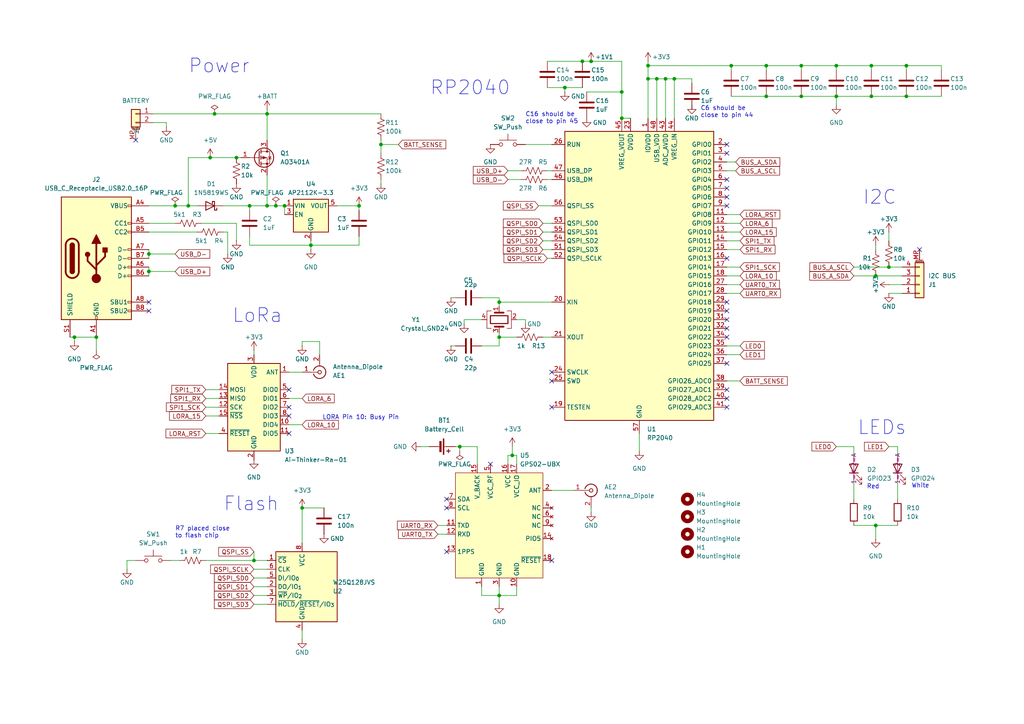
<source format=kicad_sch>
(kicad_sch (version 20250114) (generator "eeschema") (generator_version "9.0")
  (paper "A4")
  (title_block (title "Low-Power Sensor Communication Board") (date "2025-11-14") (company "SENTRY CoE") (comment 1 "University of Notre Dame") (comment 2 "Howard Research Group"))
  (text "I2C\n" (at 250.19 59.69 0) (effects (font (size 4 4)) (justify left bottom)))
  (text "R7 placed close\nto flash chip" (at 50.8 156.21 0) (effects (font (size 1.27 1.27)) (justify left bottom)))
  (text "LORA Pin 10: Busy Pin" (at 104.648 121.158 0) (effects (font (size 1.27 1.27))))
  (text "RP2040 \n" (at 151.13 27.94 0) (effects (font (size 4 4)) (justify right bottom)))
  (text "C6 should be\nclose to pin 44\n" (at 203.2 34.29 0) (effects (font (size 1.27 1.27)) (justify left bottom)))
  (text "C16 should be\nclose to pin 45\n\n" (at 152.4 38.1 0) (effects (font (size 1.27 1.27)) (justify left bottom)))
  (text "LEDs" (at 248.666 126.492 0) (effects (font (size 4 4)) (justify left bottom)))
  (text "White" (at 266.954 140.97 0) (effects (font (size 1.27 1.27))))
  (text "Power\n" (at 54.61 21.59 0) (effects (font (size 4 4)) (justify left bottom)))
  (text "Red" (at 253.238 141.224 0) (effects (font (size 1.27 1.27))))
  (text "LoRa" (at 67.31 93.98 0) (effects (font (size 4 4)) (justify left bottom)))
  (text "Flash\n" (at 64.77 148.59 0) (effects (font (size 4 4)) (justify left bottom)))
  (junction (at 144.78 97.79))
  (junction (at 104.14 59.69))
  (junction (at 193.04 22.86))
  (junction (at 212.09 19.05))
  (junction (at 110.49 41.91))
  (junction (at 171.45 17.78))
  (junction (at 262.89 27.94))
  (junction (at 68.58 45.72))
  (junction (at 252.73 27.94))
  (junction (at 54.61 59.69))
  (junction (at 187.96 22.86))
  (junction (at 180.34 34.29))
  (junction (at 50.8 59.69))
  (junction (at 82.55 59.69))
  (junction (at 87.63 147.32))
  (junction (at 222.25 27.94))
  (junction (at 62.23 33.02))
  (junction (at 43.18 73.66))
  (junction (at 43.18 78.74))
  (junction (at 187.96 19.05))
  (junction (at 163.83 25.4))
  (junction (at 257.81 77.47))
  (junction (at 144.78 172.72))
  (junction (at 168.91 17.78))
  (junction (at 254 80.01))
  (junction (at 232.41 27.94))
  (junction (at 133.35 129.54))
  (junction (at 148.59 132.08))
  (junction (at 190.5 22.86))
  (junction (at 254 152.4))
  (junction (at 252.73 19.05))
  (junction (at 90.17 71.12))
  (junction (at 72.39 59.69))
  (junction (at 262.89 19.05))
  (junction (at 73.66 162.56))
  (junction (at 21.59 97.79))
  (junction (at 195.58 22.86))
  (junction (at 77.47 33.02))
  (junction (at 144.78 87.63))
  (junction (at 232.41 19.05))
  (junction (at 80.01 59.69))
  (junction (at 242.57 27.94))
  (junction (at 77.47 59.69))
  (junction (at 222.25 19.05))
  (junction (at 242.57 19.05))
  (junction (at 27.94 97.79))
  (junction (at 180.34 26.67))
  (junction (at 60.96 45.72))
  (no_connect (at 210.82 74.93))
  (no_connect (at 210.82 59.69))
  (no_connect (at 210.82 57.15))
  (no_connect (at 129.54 144.78))
  (no_connect (at 210.82 54.61))
  (no_connect (at 83.82 125.73))
  (no_connect (at 210.82 115.57))
  (no_connect (at 210.82 41.91))
  (no_connect (at 160.02 110.49))
  (no_connect (at 210.82 92.71))
  (no_connect (at 210.82 52.07))
  (no_connect (at 160.02 107.95))
  (no_connect (at 43.18 90.17))
  (no_connect (at 83.82 120.65))
  (no_connect (at 160.02 162.56))
  (no_connect (at 129.54 160.02))
  (no_connect (at 160.02 118.11))
  (no_connect (at 210.82 118.11))
  (no_connect (at 83.82 118.11))
  (no_connect (at 210.82 87.63))
  (no_connect (at 210.82 44.45))
  (no_connect (at 210.82 97.79))
  (no_connect (at 83.82 113.03))
  (no_connect (at 210.82 113.03))
  (no_connect (at 43.18 87.63))
  (no_connect (at 129.54 147.32))
  (no_connect (at 39.37 40.64))
  (no_connect (at 210.82 90.17))
  (no_connect (at 266.7 72.39))
  (no_connect (at 210.82 105.41))
  (no_connect (at 210.82 95.25))
  (no_connect (at 142.24 134.62))
  (wire (pts (xy 158.75 52.07) (xy 160.02 52.07)))
  (wire (pts (xy 247.65 139.7) (xy 247.65 144.78)))
  (wire (pts (xy 90.17 71.12) (xy 104.14 71.12)))
  (wire (pts (xy 144.78 172.72) (xy 149.86 172.72)))
  (wire (pts (xy 133.35 129.54) (xy 138.43 129.54)))
  (wire (pts (xy 43.18 67.31) (xy 57.15 67.31)))
  (wire (pts (xy 50.8 59.69) (xy 54.61 59.69)))
  (wire (pts (xy 144.78 97.79) (xy 144.78 100.33)))
  (wire (pts (xy 144.78 96.52) (xy 144.78 97.79)))
  (wire (pts (xy 222.25 27.94) (xy 232.41 27.94)))
  (wire (pts (xy 222.25 19.05) (xy 222.25 20.32)))
  (wire (pts (xy 87.63 115.57) (xy 83.82 115.57)))
  (wire (pts (xy 157.48 72.39) (xy 160.02 72.39)))
  (wire (pts (xy 254 80.01) (xy 261.62 80.01)))
  (wire (pts (xy 180.34 34.29) (xy 182.88 34.29)))
  (wire (pts (xy 163.83 25.4) (xy 163.83 26.67)))
  (wire (pts (xy 36.83 162.56) (xy 39.37 162.56)))
  (wire (pts (xy 43.18 64.77) (xy 50.8 64.77)))
  (wire (pts (xy 242.57 19.05) (xy 242.57 20.32)))
  (wire (pts (xy 158.75 49.53) (xy 160.02 49.53)))
  (wire (pts (xy 54.61 59.69) (xy 57.15 59.69)))
  (wire (pts (xy 83.82 107.95) (xy 87.63 107.95)))
  (wire (pts (xy 214.63 77.47) (xy 210.82 77.47)))
  (wire (pts (xy 152.4 92.71) (xy 149.86 92.71)))
  (wire (pts (xy 187.96 22.86) (xy 187.96 19.05)))
  (wire (pts (xy 68.58 64.77) (xy 68.58 69.85)))
  (wire (pts (xy 127 154.94) (xy 129.54 154.94)))
  (wire (pts (xy 90.17 69.85) (xy 90.17 71.12)))
  (wire (pts (xy 163.83 25.4) (xy 168.91 25.4)))
  (wire (pts (xy 212.09 19.05) (xy 222.25 19.05)))
  (wire (pts (xy 110.49 41.91) (xy 110.49 44.45)))
  (wire (pts (xy 242.57 19.05) (xy 252.73 19.05)))
  (wire (pts (xy 157.48 97.79) (xy 160.02 97.79)))
  (wire (pts (xy 247.65 77.47) (xy 257.81 77.47)))
  (wire (pts (xy 147.32 134.62) (xy 147.32 132.08)))
  (wire (pts (xy 152.4 92.71) (xy 152.4 93.98)))
  (wire (pts (xy 133.35 129.54) (xy 133.35 130.81)))
  (wire (pts (xy 185.42 125.73) (xy 185.42 130.81)))
  (wire (pts (xy 200.66 24.13) (xy 200.66 22.86)))
  (wire (pts (xy 147.32 132.08) (xy 148.59 132.08)))
  (wire (pts (xy 73.66 170.18) (xy 77.47 170.18)))
  (wire (pts (xy 149.86 132.08) (xy 149.86 134.62)))
  (wire (pts (xy 158.75 74.93) (xy 160.02 74.93)))
  (wire (pts (xy 257.81 129.54) (xy 260.35 129.54)))
  (wire (pts (xy 66.04 67.31) (xy 66.04 73.66)))
  (wire (pts (xy 210.82 64.77) (xy 214.63 64.77)))
  (wire (pts (xy 257.81 77.47) (xy 261.62 77.47)))
  (wire (pts (xy 232.41 27.94) (xy 242.57 27.94)))
  (wire (pts (xy 87.63 182.88) (xy 87.63 185.42)))
  (wire (pts (xy 87.63 99.06) (xy 92.71 99.06)))
  (wire (pts (xy 254 152.4) (xy 260.35 152.4)))
  (wire (pts (xy 127 152.4) (xy 129.54 152.4)))
  (wire (pts (xy 213.36 49.53) (xy 210.82 49.53)))
  (wire (pts (xy 254 152.4) (xy 254 156.21)))
  (wire (pts (xy 170.18 26.67) (xy 180.34 26.67)))
  (wire (pts (xy 121.92 129.54) (xy 124.46 129.54)))
  (wire (pts (xy 180.34 17.78) (xy 171.45 17.78)))
  (wire (pts (xy 77.47 33.02) (xy 77.47 40.64)))
  (wire (pts (xy 62.23 33.02) (xy 77.47 33.02)))
  (wire (pts (xy 72.39 59.69) (xy 77.47 59.69)))
  (wire (pts (xy 59.69 125.73) (xy 63.5 125.73)))
  (wire (pts (xy 212.09 27.94) (xy 222.25 27.94)))
  (wire (pts (xy 43.18 59.69) (xy 50.8 59.69)))
  (wire (pts (xy 59.69 118.11) (xy 63.5 118.11)))
  (wire (pts (xy 157.48 67.31) (xy 160.02 67.31)))
  (wire (pts (xy 242.57 27.94) (xy 242.57 30.48)))
  (wire (pts (xy 87.63 157.48) (xy 87.63 147.32)))
  (wire (pts (xy 82.55 59.69) (xy 82.55 62.23)))
  (wire (pts (xy 232.41 19.05) (xy 232.41 20.32)))
  (wire (pts (xy 144.78 97.79) (xy 149.86 97.79)))
  (wire (pts (xy 180.34 26.67) (xy 180.34 17.78)))
  (wire (pts (xy 247.65 132.08) (xy 247.65 129.54)))
  (wire (pts (xy 214.63 82.55) (xy 210.82 82.55)))
  (wire (pts (xy 97.79 59.69) (xy 104.14 59.69)))
  (wire (pts (xy 134.62 93.98) (xy 134.62 92.71)))
  (wire (pts (xy 257.81 85.09) (xy 261.62 85.09)))
  (wire (pts (xy 134.62 92.71) (xy 139.7 92.71)))
  (wire (pts (xy 73.66 165.1) (xy 77.47 165.1)))
  (wire (pts (xy 72.39 60.96) (xy 72.39 59.69)))
  (wire (pts (xy 210.82 100.33) (xy 214.63 100.33)))
  (wire (pts (xy 260.35 139.7) (xy 260.35 144.78)))
  (wire (pts (xy 87.63 123.19) (xy 83.82 123.19)))
  (wire (pts (xy 262.89 27.94) (xy 273.05 27.94)))
  (wire (pts (xy 152.4 41.91) (xy 160.02 41.91)))
  (wire (pts (xy 58.42 64.77) (xy 68.58 64.77)))
  (wire (pts (xy 157.48 69.85) (xy 160.02 69.85)))
  (wire (pts (xy 247.65 80.01) (xy 254 80.01)))
  (wire (pts (xy 147.32 49.53) (xy 151.13 49.53)))
  (wire (pts (xy 59.69 162.56) (xy 73.66 162.56)))
  (wire (pts (xy 144.78 87.63) (xy 160.02 87.63)))
  (wire (pts (xy 171.45 147.32) (xy 171.45 148.59)))
  (wire (pts (xy 252.73 27.94) (xy 262.89 27.94)))
  (wire (pts (xy 144.78 87.63) (xy 144.78 88.9)))
  (wire (pts (xy 43.18 77.47) (xy 43.18 78.74)))
  (wire (pts (xy 80.01 59.69) (xy 82.55 59.69)))
  (wire (pts (xy 64.77 59.69) (xy 72.39 59.69)))
  (wire (pts (xy 130.81 100.33) (xy 132.08 100.33)))
  (wire (pts (xy 160.02 142.24) (xy 166.37 142.24)))
  (wire (pts (xy 187.96 22.86) (xy 190.5 22.86)))
  (wire (pts (xy 27.94 97.79) (xy 27.94 101.6)))
  (wire (pts (xy 77.47 33.02) (xy 110.49 33.02)))
  (wire (pts (xy 247.65 152.4) (xy 254 152.4)))
  (wire (pts (xy 200.66 30.48) (xy 200.66 31.75)))
  (wire (pts (xy 210.82 62.23) (xy 214.63 62.23)))
  (wire (pts (xy 148.59 132.08) (xy 149.86 132.08)))
  (wire (pts (xy 210.82 72.39) (xy 214.63 72.39)))
  (wire (pts (xy 158.75 25.4) (xy 163.83 25.4)))
  (wire (pts (xy 139.7 100.33) (xy 144.78 100.33)))
  (wire (pts (xy 212.09 19.05) (xy 212.09 20.32)))
  (wire (pts (xy 77.47 31.75) (xy 77.47 33.02)))
  (wire (pts (xy 43.18 73.66) (xy 50.8 73.66)))
  (wire (pts (xy 149.86 170.18) (xy 149.86 172.72)))
  (wire (pts (xy 144.78 86.36) (xy 144.78 87.63)))
  (wire (pts (xy 130.81 86.36) (xy 132.08 86.36)))
  (wire (pts (xy 90.17 71.12) (xy 72.39 71.12)))
  (wire (pts (xy 139.7 170.18) (xy 139.7 172.72)))
  (wire (pts (xy 168.91 17.78) (xy 158.75 17.78)))
  (wire (pts (xy 252.73 19.05) (xy 252.73 20.32)))
  (wire (pts (xy 195.58 22.86) (xy 193.04 22.86)))
  (wire (pts (xy 200.66 22.86) (xy 195.58 22.86)))
  (wire (pts (xy 54.61 59.69) (xy 54.61 45.72)))
  (wire (pts (xy 73.66 160.02) (xy 73.66 162.56)))
  (wire (pts (xy 59.69 113.03) (xy 63.5 113.03)))
  (wire (pts (xy 21.59 97.79) (xy 27.94 97.79)))
  (wire (pts (xy 110.49 40.64) (xy 110.49 41.91)))
  (wire (pts (xy 252.73 19.05) (xy 262.89 19.05)))
  (wire (pts (xy 110.49 41.91) (xy 115.57 41.91)))
  (wire (pts (xy 73.66 175.26) (xy 77.47 175.26)))
  (wire (pts (xy 187.96 34.29) (xy 187.96 22.86)))
  (wire (pts (xy 139.7 86.36) (xy 144.78 86.36)))
  (wire (pts (xy 104.14 60.96) (xy 104.14 59.69)))
  (wire (pts (xy 195.58 34.29) (xy 195.58 22.86)))
  (wire (pts (xy 157.48 64.77) (xy 160.02 64.77)))
  (wire (pts (xy 43.18 72.39) (xy 43.18 73.66)))
  (wire (pts (xy 144.78 172.72) (xy 144.78 175.26)))
  (wire (pts (xy 190.5 22.86) (xy 193.04 22.86)))
  (wire (pts (xy 210.82 102.87) (xy 214.63 102.87)))
  (wire (pts (xy 187.96 19.05) (xy 187.96 17.78)))
  (wire (pts (xy 43.18 78.74) (xy 43.18 80.01)))
  (wire (pts (xy 242.57 129.54) (xy 247.65 129.54)))
  (wire (pts (xy 180.34 34.29) (xy 180.34 26.67)))
  (wire (pts (xy 48.26 35.56) (xy 48.26 36.83)))
  (wire (pts (xy 92.71 99.06) (xy 92.71 102.87)))
  (wire (pts (xy 214.63 85.09) (xy 210.82 85.09)))
  (wire (pts (xy 20.32 97.79) (xy 21.59 97.79)))
  (wire (pts (xy 73.66 162.56) (xy 77.47 162.56)))
  (wire (pts (xy 90.17 71.12) (xy 90.17 72.39)))
  (wire (pts (xy 73.66 172.72) (xy 77.47 172.72)))
  (wire (pts (xy 73.66 101.6) (xy 73.66 102.87)))
  (wire (pts (xy 132.08 129.54) (xy 133.35 129.54)))
  (wire (pts (xy 171.45 17.78) (xy 168.91 17.78)))
  (wire (pts (xy 257.81 82.55) (xy 261.62 82.55)))
  (wire (pts (xy 87.63 100.33) (xy 87.63 99.06)))
  (wire (pts (xy 213.36 46.99) (xy 210.82 46.99)))
  (wire (pts (xy 139.7 172.72) (xy 144.78 172.72)))
  (wire (pts (xy 214.63 67.31) (xy 210.82 67.31)))
  (wire (pts (xy 210.82 110.49) (xy 214.63 110.49)))
  (wire (pts (xy 260.35 132.08) (xy 260.35 129.54)))
  (wire (pts (xy 262.89 19.05) (xy 262.89 20.32)))
  (wire (pts (xy 257.81 67.31) (xy 257.81 69.85)))
  (wire (pts (xy 273.05 19.05) (xy 273.05 20.32)))
  (wire (pts (xy 232.41 19.05) (xy 242.57 19.05)))
  (wire (pts (xy 44.45 33.02) (xy 62.23 33.02)))
  (wire (pts (xy 59.69 115.57) (xy 63.5 115.57)))
  (wire (pts (xy 110.49 52.07) (xy 110.49 53.34)))
  (wire (pts (xy 68.58 45.72) (xy 69.85 45.72)))
  (wire (pts (xy 148.59 129.54) (xy 148.59 132.08)))
  (wire (pts (xy 144.78 170.18) (xy 144.78 172.72)))
  (wire (pts (xy 49.53 162.56) (xy 52.07 162.56)))
  (wire (pts (xy 77.47 59.69) (xy 80.01 59.69)))
  (wire (pts (xy 222.25 19.05) (xy 232.41 19.05)))
  (wire (pts (xy 60.96 45.72) (xy 68.58 45.72)))
  (wire (pts (xy 64.77 67.31) (xy 66.04 67.31)))
  (wire (pts (xy 87.63 147.32) (xy 93.98 147.32)))
  (wire (pts (xy 72.39 71.12) (xy 72.39 68.58)))
  (wire (pts (xy 242.57 27.94) (xy 252.73 27.94)))
  (wire (pts (xy 190.5 22.86) (xy 190.5 34.29)))
  (wire (pts (xy 262.89 19.05) (xy 273.05 19.05)))
  (wire (pts (xy 254 71.12) (xy 254 72.39)))
  (wire (pts (xy 147.32 52.07) (xy 151.13 52.07)))
  (wire (pts (xy 214.63 80.01) (xy 210.82 80.01)))
  (wire (pts (xy 77.47 50.8) (xy 77.47 59.69)))
  (wire (pts (xy 43.18 73.66) (xy 43.18 74.93)))
  (wire (pts (xy 59.69 120.65) (xy 63.5 120.65)))
  (wire (pts (xy 43.18 78.74) (xy 50.8 78.74)))
  (wire (pts (xy 73.66 167.64) (xy 77.47 167.64)))
  (wire (pts (xy 138.43 129.54) (xy 138.43 134.62)))
  (wire (pts (xy 54.61 45.72) (xy 60.96 45.72)))
  (wire (pts (xy 44.45 35.56) (xy 48.26 35.56)))
  (wire (pts (xy 21.59 97.79) (xy 21.59 99.06)))
  (wire (pts (xy 193.04 22.86) (xy 193.04 34.29)))
  (wire (pts (xy 187.96 19.05) (xy 212.09 19.05)))
  (wire (pts (xy 210.82 69.85) (xy 214.63 69.85)))
  (wire (pts (xy 104.14 71.12) (xy 104.14 68.58)))
  (wire (pts (xy 36.83 165.1) (xy 36.83 162.56)))
  (wire (pts (xy 156.21 59.69) (xy 160.02 59.69)))
  (global_label "SPI1_RX" (shape input) (at 214.63 72.39 0) (property "Intersheetrefs" "${INTERSHEET_REFS}" (effects (hide yes))))
  (global_label "UART0_TX" (shape input) (at 127 154.94 180) (property "Intersheetrefs" "${INTERSHEET_REFS}" (effects (hide yes))))
  (global_label "QSPI_SD0" (shape input) (at 73.66 167.64 180) (property "Intersheetrefs" "${INTERSHEET_REFS}" (effects (hide yes))))
  (global_label "QSPI_SD2" (shape input) (at 157.48 69.85 180) (property "Intersheetrefs" "${INTERSHEET_REFS}" (effects (hide yes))))
  (global_label "BUS_A_SDA" (shape input) (at 247.65 80.01 180) (property "Intersheetrefs" "${INTERSHEET_REFS}" (effects (hide yes))))
  (global_label "SPI1_TX" (shape input) (at 214.63 69.85 0) (property "Intersheetrefs" "${INTERSHEET_REFS}" (effects (hide yes))))
  (global_label "QSPI_SD3" (shape input) (at 157.48 72.39 180) (property "Intersheetrefs" "${INTERSHEET_REFS}" (effects (hide yes))))
  (global_label "QSPI_SD0" (shape input) (at 157.48 64.77 180) (property "Intersheetrefs" "${INTERSHEET_REFS}" (effects (hide yes))))
  (global_label "SPI1_SCK" (shape input) (at 59.69 118.11 180) (property "Intersheetrefs" "${INTERSHEET_REFS}" (effects (hide yes))))
  (global_label "QSPI_SD2" (shape input) (at 73.66 172.72 180) (property "Intersheetrefs" "${INTERSHEET_REFS}" (effects (hide yes))))
  (global_label "UART0_RX" (shape input) (at 127 152.4 180) (property "Intersheetrefs" "${INTERSHEET_REFS}" (effects (hide yes))))
  (global_label "LORA_10" (shape input) (at 87.63 123.19 0) (property "Intersheetrefs" "${INTERSHEET_REFS}" (effects (hide yes))))
  (global_label "LED0" (shape input) (at 214.63 100.33 0) (property "Intersheetrefs" "${INTERSHEET_REFS}" (effects (hide yes))))
  (global_label "QSPI_SD1" (shape input) (at 157.48 67.31 180) (property "Intersheetrefs" "${INTERSHEET_REFS}" (effects (hide yes))))
  (global_label "UART0_TX" (shape input) (at 214.63 82.55 0) (property "Intersheetrefs" "${INTERSHEET_REFS}" (effects (hide yes))))
  (global_label "USB_D-" (shape input) (at 50.8 73.66 0) (property "Intersheetrefs" "${INTERSHEET_REFS}" (effects (hide yes))))
  (global_label "UART0_RX" (shape input) (at 214.63 85.09 0) (property "Intersheetrefs" "${INTERSHEET_REFS}" (effects (hide yes))))
  (global_label "LORA_15" (shape input) (at 214.63 67.31 0) (property "Intersheetrefs" "${INTERSHEET_REFS}" (effects (hide yes))))
  (global_label "QSPI_SCLK" (shape input) (at 158.75 74.93 180) (property "Intersheetrefs" "${INTERSHEET_REFS}" (effects (hide yes))))
  (global_label "SPI1_RX" (shape input) (at 59.69 115.57 180) (property "Intersheetrefs" "${INTERSHEET_REFS}" (effects (hide yes))))
  (global_label "BUS_A_SDA" (shape input) (at 213.36 46.99 0) (property "Intersheetrefs" "${INTERSHEET_REFS}" (effects (hide yes))))
  (global_label "LORA_10" (shape input) (at 214.63 80.01 0) (property "Intersheetrefs" "${INTERSHEET_REFS}" (effects (hide yes))))
  (global_label "SPI1_TX" (shape input) (at 59.69 113.03 180) (property "Intersheetrefs" "${INTERSHEET_REFS}" (effects (hide yes))))
  (global_label "QSPI_SD3" (shape input) (at 73.66 175.26 180) (property "Intersheetrefs" "${INTERSHEET_REFS}" (effects (hide yes))))
  (global_label "BUS_A_SCL" (shape input) (at 213.36 49.53 0) (property "Intersheetrefs" "${INTERSHEET_REFS}" (effects (hide yes))))
  (global_label "USB_D+" (shape input) (at 50.8 78.74 0) (property "Intersheetrefs" "${INTERSHEET_REFS}" (effects (hide yes))))
  (global_label "USB_D+" (shape input) (at 147.32 49.53 180) (property "Intersheetrefs" "${INTERSHEET_REFS}" (effects (hide yes))))
  (global_label "LORA_15" (shape input) (at 59.69 120.65 180) (property "Intersheetrefs" "${INTERSHEET_REFS}" (effects (hide yes))))
  (global_label "BATT_SENSE" (shape input) (at 115.57 41.91 0) (property "Intersheetrefs" "${INTERSHEET_REFS}" (effects (hide yes))))
  (global_label "LED0" (shape input) (at 242.57 129.54 180) (property "Intersheetrefs" "${INTERSHEET_REFS}" (effects (hide yes))))
  (global_label "LORA_RST" (shape input) (at 59.69 125.73 180) (property "Intersheetrefs" "${INTERSHEET_REFS}" (effects (hide yes))))
  (global_label "LORA_6" (shape input) (at 214.63 64.77 0) (property "Intersheetrefs" "${INTERSHEET_REFS}" (effects (hide yes))))
  (global_label "LED1" (shape input) (at 257.81 129.54 180) (property "Intersheetrefs" "${INTERSHEET_REFS}" (effects (hide yes))))
  (global_label "BATT_SENSE" (shape input) (at 214.63 110.49 0) (property "Intersheetrefs" "${INTERSHEET_REFS}" (effects (hide yes))))
  (global_label "QSPI_SS" (shape input) (at 156.21 59.69 180) (property "Intersheetrefs" "${INTERSHEET_REFS}" (effects (hide yes))))
  (global_label "LORA_RST" (shape input) (at 214.63 62.23 0) (property "Intersheetrefs" "${INTERSHEET_REFS}" (effects (hide yes))))
  (global_label "USB_D-" (shape input) (at 147.32 52.07 180) (property "Intersheetrefs" "${INTERSHEET_REFS}" (effects (hide yes))))
  (global_label "LED1" (shape input) (at 214.63 102.87 0) (property "Intersheetrefs" "${INTERSHEET_REFS}" (effects (hide yes))))
  (global_label "LORA_6" (shape input) (at 87.63 115.57 0) (property "Intersheetrefs" "${INTERSHEET_REFS}" (effects (hide yes))))
  (global_label "QSPI_SCLK" (shape input) (at 73.66 165.1 180) (property "Intersheetrefs" "${INTERSHEET_REFS}" (effects (hide yes))))
  (global_label "QSPI_SD1" (shape input) (at 73.66 170.18 180) (property "Intersheetrefs" "${INTERSHEET_REFS}" (effects (hide yes))))
  (global_label "QSPI_SS" (shape input) (at 73.66 160.02 180) (property "Intersheetrefs" "${INTERSHEET_REFS}" (effects (hide yes))))
  (global_label "BUS_A_SCL" (shape input) (at 247.65 77.47 180) (property "Intersheetrefs" "${INTERSHEET_REFS}" (effects (hide yes))))
  (global_label "SPI1_SCK" (shape input) (at 214.63 77.47 0) (property "Intersheetrefs" "${INTERSHEET_REFS}" (effects (hide yes))))
  (symbol (lib_id "power:GND") (at 130.81 86.36 0) (unit 1)
    (property "Reference" "#PWR013" (effects (hide yes)))
    (property "Value" "GND" (at 130.81 90.17 0))
    (property "Description" "Power symbol creates a global label with name \"GND\" , ground" (effects (hide yes)))
  )
  (symbol (lib_id "power:+3V3") (at 257.81 82.55 90) (unit 1)
    (property "Reference" "#PWR037" (effects (hide yes)))
    (property "Value" "+3V3" (at 254 82.55 0))
    (property "Description" "Power symbol creates a global label with name \"+3V3\"" (effects (hide yes)))
  )
  (symbol (lib_id "Mechanical:MountingHole") (at 199.39 149.86 0) (unit 1) (in_bom no)
    (property "Reference" "H3" (at 201.93 148.5899 0) (effects (justify left)))
    (property "Value" "MountingHole" (at 201.93 151.1299 0) (effects (justify left)))
    (property "Footprint" "MountingHole:MountingHole_3.2mm_M3" (effects (hide yes)))
    (property "Description" "Mounting Hole without connection" (effects (hide yes)))
  )
  (symbol (lib_id "Device:R_US") (at 55.88 162.56 90) (unit 1)
    (property "Reference" "R7" (at 57.15 160.02 90))
    (property "Value" "1k" (at 53.34 160.02 90))
    (property "Footprint" "Resistor_SMD:R_0402_1005Metric" (effects (hide yes)))
    (property "Description" "Resistor, US symbol" (effects (hide yes)))
    (property "LCSC" "C11702" (effects (hide yes)))
  )
  (symbol (lib_id "power:GND") (at 66.04 73.66 0) (unit 1)
    (property "Reference" "#PWR08" (effects (hide yes)))
    (property "Value" "GND" (at 66.04 77.47 0))
    (property "Description" "Power symbol creates a global label with name \"GND\" , ground" (effects (hide yes)))
  )
  (symbol (lib_id "Device:C") (at 135.89 86.36 90) (unit 1)
    (property "Reference" "C5" (at 137.16 81.28 90) (effects (justify left)))
    (property "Value" "22p" (at 138.43 82.55 90) (effects (justify left)))
    (property "Footprint" "Capacitor_SMD:C_0402_1005Metric" (effects (hide yes)))
    (property "Description" "Unpolarized capacitor" (effects (hide yes)))
    (property "LCSC" "C1555" (effects (hide yes)))
  )
  (symbol (lib_id "Connector_Generic_MountingPin:Conn_01x02_MountingPin") (at 39.37 33.02 0) (mirror y) (unit 1)
    (property "Reference" "J4" (at 39.37 38.1 0))
    (property "Value" "BATTERY" (at 39.37 29.21 0))
    (property "Footprint" "Connector_JST:JST_PH_S2B-PH-SM4-TB_1x02-1MP_P2.00mm_Horizontal" (effects (hide yes)))
    (property "Description" "Generic connectable mounting pin connector, single row, 01x02, script generated (kicad-library-utils/schlib/autogen/connector/)" (effects (hide yes)))
    (property "LCSC" "C295747" (effects (hide yes)))
  )
  (symbol (lib_id "MCU_RaspberryPi:RP2040") (at 185.42 80.01 0) (unit 1)
    (property "Reference" "U1" (at 187.6141 124.46 0) (effects (justify left)))
    (property "Value" "RP2040" (at 187.6141 127 0) (effects (justify left)))
    (property "Footprint" "Package_DFN_QFN:QFN-56-1EP_7x7mm_P0.4mm_EP3.2x3.2mm" (effects (hide yes)))
    (property "Datasheet" "https://datasheets.raspberrypi.com/rp2040/rp2040-datasheet.pdf" (effects (hide yes)))
    (property "Description" "A microcontroller by Raspberry Pi" (effects (hide yes)))
    (property "LCSC" "C2040" (effects (hide yes)))
  )
  (symbol (lib_id "Connector:Conn_Coaxial") (at 171.45 142.24 0) (unit 1)
    (property "Reference" "AE2" (at 175.26 141.2631 0) (effects (justify left)))
    (property "Value" "Antenna_Dipole" (at 175.26 143.8031 0) (effects (justify left)))
    (property "Footprint" "Connector_Coaxial:U.FL_Hirose_U.FL-R-SMT-1_Vertical" (effects (hide yes)))
    (property "Description" "coaxial connector (BNC, SMA, SMB, SMC, Cinch/RCA, LEMO, ...)" (effects (hide yes)))
    (property "LCSC" "C88374" (effects (hide yes)))
  )
  (symbol (lib_id "power:GND") (at 170.18 34.29 0) (unit 1)
    (property "Reference" "#PWR018" (effects (hide yes)))
    (property "Value" "GND" (at 173.99 35.56 0))
    (property "Description" "Power symbol creates a global label with name \"GND\" , ground" (effects (hide yes)))
  )
  (symbol (lib_id "Device:Crystal_GND24") (at 144.78 92.71 270) (unit 1)
    (property "Reference" "Y1" (at 120.65 92.71 90))
    (property "Value" "Crystal_GND24" (at 123.19 95.25 90))
    (property "Footprint" "Crystal:Crystal_SMD_3225-4Pin_3.2x2.5mm" (effects (hide yes)))
    (property "Description" "Four pin crystal, GND on pins 2 and 4" (effects (hide yes)))
    (property "LCSC" "C9002" (effects (hide yes)))
  )
  (symbol (lib_id "power:+3V3") (at 257.81 67.31 0) (unit 1)
    (property "Reference" "#PWR032" (effects (hide yes)))
    (property "Value" "+3V3" (at 257.81 63.5 0))
    (property "Description" "Power symbol creates a global label with name \"+3V3\"" (effects (hide yes)))
  )
  (symbol (lib_id "power:GND") (at 68.58 53.34 0) (unit 1)
    (property "Reference" "#PWR03" (effects (hide yes)))
    (property "Value" "GND" (at 68.58 57.15 0))
    (property "Description" "Power symbol creates a global label with name \"GND\" , ground" (effects (hide yes)))
  )
  (symbol (lib_id "Device:R_US") (at 154.94 49.53 270) (unit 1)
    (property "Reference" "R5" (at 157.48 46.99 90))
    (property "Value" "27R" (at 152.4 46.99 90))
    (property "Footprint" "Resistor_SMD:R_0402_1005Metric" (effects (hide yes)))
    (property "Description" "Resistor, US symbol" (effects (hide yes)))
    (property "LCSC" "C25100" (effects (hide yes)))
  )
  (symbol (lib_id "Mechanical:MountingHole") (at 199.39 154.94 0) (unit 1) (in_bom no)
    (property "Reference" "H2" (at 201.93 153.6699 0) (effects (justify left)))
    (property "Value" "MountingHole" (at 201.93 156.2099 0) (effects (justify left)))
    (property "Footprint" "MountingHole:MountingHole_3.2mm_M3" (effects (hide yes)))
    (property "Description" "Mounting Hole without connection" (effects (hide yes)))
  )
  (symbol (lib_id "power:PWR_FLAG") (at 50.8 59.69 0) (unit 1)
    (property "Reference" "#FLG02" (effects (hide yes)))
    (property "Value" "PWR_FLAG" (at 48.26 55.88 0))
    (property "Description" "Special symbol for telling ERC where power comes from" (effects (hide yes)))
  )
  (symbol (lib_id "power:GND") (at 87.63 100.33 0) (unit 1)
    (property "Reference" "#PWR025" (effects (hide yes)))
    (property "Value" "GND" (at 87.63 104.14 0))
    (property "Description" "Power symbol creates a global label with name \"GND\" , ground" (effects (hide yes)))
  )
  (symbol (lib_id "power:GND") (at 121.92 129.54 270) (unit 1)
    (property "Reference" "#PWR029" (effects (hide yes)))
    (property "Value" "GND" (at 118.11 129.5399 90) (effects (justify right)))
    (property "Description" "Power symbol creates a global label with name \"GND\" , ground" (effects (hide yes)))
  )
  (symbol (lib_id "Mechanical:MountingHole") (at 199.39 144.78 0) (unit 1) (in_bom no)
    (property "Reference" "H4" (at 201.93 143.5099 0) (effects (justify left)))
    (property "Value" "MountingHole" (at 201.93 146.0499 0) (effects (justify left)))
    (property "Footprint" "MountingHole:MountingHole_3.2mm_M3" (effects (hide yes)))
    (property "Description" "Mounting Hole without connection" (effects (hide yes)))
  )
  (symbol (lib_id "power:+3V3") (at 148.59 129.54 0) (unit 1)
    (property "Reference" "#PWR033" (effects (hide yes)))
    (property "Value" "+3V3" (at 148.59 124.46 0))
    (property "Description" "Power symbol creates a global label with name \"+3V3\"" (effects (hide yes)))
  )
  (symbol (lib_id "Connector_Generic_MountingPin:Conn_01x04_MountingPin") (at 266.7 82.55 0) (mirror x) (unit 1)
    (property "Reference" "J1" (at 269.24 82.55 0) (effects (justify left)))
    (property "Value" "I2C BUS" (at 269.24 80.01 0) (effects (justify left)))
    (property "Footprint" "Connector_JST:JST_SH_BM04B-SRSS-TB_1x04-1MP_P1.00mm_Vertical" (effects (hide yes)))
    (property "Description" "Generic connectable mounting pin connector, single row, 01x04, script generated (kicad-library-utils/schlib/autogen/connector/)" (effects (hide yes)))
    (property "LCSC" "C160390" (effects (hide yes)))
  )
  (symbol (lib_id "Device:C") (at 242.57 24.13 0) (unit 1)
    (property "Reference" "C10" (at 245.11 22.86 0) (effects (justify left)))
    (property "Value" "100n" (at 245.11 25.4 0) (effects (justify left)))
    (property "Footprint" "Capacitor_SMD:C_0402_1005Metric" (effects (hide yes)))
    (property "Description" "Unpolarized capacitor" (effects (hide yes)))
    (property "LCSC" "C1525" (effects (hide yes)))
  )
  (symbol (lib_id "Device:LED") (at 247.65 135.89 90) (unit 1)
    (property "Reference" "D2" (at 251.46 136.2074 90) (effects (justify right)))
    (property "Value" "GPIO23" (at 251.46 138.7474 90) (effects (justify right)))
    (property "Footprint" "LED_SMD:LED_0603_1608Metric" (effects (hide yes)))
    (property "Description" "Light emitting diode" (effects (hide yes)))
    (property "LCSC" "C2286" (effects (hide yes)))
    (property "Color" "RED" (effects (hide yes)))
    (property "Sim.Pins" "1=K 2=A" (at 247.65 135.89 0))
  )
  (symbol (lib_id "power:GND") (at 110.49 53.34 0) (unit 1)
    (property "Reference" "#PWR038" (effects (hide yes)))
    (property "Value" "GND" (at 110.49 57.15 0))
    (property "Description" "Power symbol creates a global label with name \"GND\" , ground" (effects (hide yes)))
  )
  (symbol (lib_id "power:GND") (at 68.58 69.85 0) (unit 1)
    (property "Reference" "#PWR09" (effects (hide yes)))
    (property "Value" "GND" (at 68.58 73.66 0))
    (property "Description" "Power symbol creates a global label with name \"GND\" , ground" (effects (hide yes)))
  )
  (symbol (lib_id "Device:Battery_Cell") (at 127 129.54 270) (unit 1)
    (property "Reference" "BT1" (at 128.8415 121.92 90))
    (property "Value" "Battery_Cell" (at 128.8415 124.46 90))
    (property "Footprint" "Battery:BatteryHolder_Multicomp_BC-2001_1x2032" (effects (hide yes)))
    (property "Description" "Single-cell battery" (effects (hide yes)))
    (property "LCSC" "C964829" (effects (hide yes)))
  )
  (symbol (lib_id "power:GND") (at 134.62 93.98 0) (unit 1)
    (property "Reference" "#PWR011" (effects (hide yes)))
    (property "Value" "GND" (at 132.08 93.98 0))
    (property "Description" "Power symbol creates a global label with name \"GND\" , ground" (effects (hide yes)))
  )
  (symbol (lib_id "Connector:USB_C_Receptacle_USB2.0_16P") (at 27.94 74.93 0) (unit 1)
    (property "Reference" "J2" (at 27.94 52.07 0))
    (property "Value" "USB_C_Receptacle_USB2.0_16P" (at 27.94 54.61 0))
    (property "Footprint" "Connector_USB:USB_C_Receptacle_HCTL_HC-TYPE-C-16P-01A" (effects (hide yes)))
    (property "Datasheet" "https://www.usb.org/sites/default/files/documents/usb_type-c.zip" (effects (hide yes)))
    (property "Description" "USB 2.0-only 16P Type-C Receptacle connector" (effects (hide yes)))
    (property "LCSC" "C2894897" (effects (hide yes)))
  )
  (symbol (lib_id "Device:R_US") (at 68.58 49.53 0) (unit 1)
    (property "Reference" "R2" (at 69.85 48.26 0) (effects (justify left)))
    (property "Value" "10k" (at 69.85 50.8 0) (effects (justify left)))
    (property "Footprint" "Resistor_SMD:R_0402_1005Metric" (effects (hide yes)))
    (property "Description" "Resistor, US symbol" (effects (hide yes)))
    (property "LCSC" "C25744" (effects (hide yes)))
  )
  (symbol (lib_id "Device:C") (at 262.89 24.13 0) (unit 1)
    (property "Reference" "C12" (at 265.43 22.86 0) (effects (justify left)))
    (property "Value" "100n" (at 265.43 25.4 0) (effects (justify left)))
    (property "Footprint" "Capacitor_SMD:C_0402_1005Metric" (effects (hide yes)))
    (property "Description" "Unpolarized capacitor" (effects (hide yes)))
    (property "LCSC" "C1525" (effects (hide yes)))
  )
  (symbol (lib_id "power:GND") (at 152.4 93.98 0) (unit 1)
    (property "Reference" "#PWR010" (effects (hide yes)))
    (property "Value" "GND" (at 154.94 93.98 0))
    (property "Description" "Power symbol creates a global label with name \"GND\" , ground" (effects (hide yes)))
  )
  (symbol (lib_id "Device:C") (at 200.66 27.94 0) (unit 1)
    (property "Reference" "C6" (at 203.2 26.67 0) (effects (justify left)))
    (property "Value" "1uF" (at 203.2 29.21 0) (effects (justify left)))
    (property "Footprint" "Capacitor_SMD:C_0402_1005Metric" (effects (hide yes)))
    (property "Description" "Unpolarized capacitor" (effects (hide yes)))
    (property "LCSC" "C52923" (effects (hide yes)))
  )
  (symbol (lib_id "power:GND") (at 171.45 148.59 0) (unit 1)
    (property "Reference" "#PWR030" (effects (hide yes)))
    (property "Value" "GND" (at 171.45 152.4 0))
    (property "Description" "Power symbol creates a global label with name \"GND\" , ground" (effects (hide yes)))
  )
  (symbol (lib_id "Memory_Flash:W25Q128JVS") (at 87.63 170.18 0) (unit 1)
    (property "Reference" "U2" (at 96.52 171.45 0) (effects (justify left)))
    (property "Value" "W25Q128JVS" (at 96.52 168.91 0) (effects (justify left)))
    (property "Footprint" "Package_SO:SOIC-8_5.3x5.3mm_P1.27mm" (effects (hide yes)))
    (property "Datasheet" "https://www.winbond.com/resource-files/w25q128jv_dtr%20revc%2003272018%20plus.pdf" (effects (hide yes)))
    (property "Description" "128Mbit / 16MiB Serial Flash Memory, Standard/Dual/Quad SPI, 2.7-3.6V, SOIC-8" (effects (hide yes)))
    (property "LCSC" "C97521" (effects (hide yes)))
  )
  (symbol (lib_id "Device:R") (at 260.35 148.59 0) (unit 1)
    (property "Reference" "R10" (at 262.89 147.3199 0) (effects (justify left)))
    (property "Value" "10k" (at 262.89 149.8599 0) (effects (justify left)))
    (property "Footprint" "Resistor_SMD:R_0402_1005Metric" (effects (hide yes)))
    (property "Description" "Resistor" (effects (hide yes)))
    (property "LCSC" "C25744" (effects (hide yes)))
  )
  (symbol (lib_id "Device:C") (at 104.14 64.77 0) (unit 1)
    (property "Reference" "C3" (at 97.79 63.5 0) (effects (justify left)))
    (property "Value" "1uF" (at 97.79 66.04 0) (effects (justify left)))
    (property "Footprint" "Capacitor_SMD:C_0402_1005Metric" (effects (hide yes)))
    (property "Description" "Unpolarized capacitor" (effects (hide yes)))
    (property "LCSC" "C52923" (effects (hide yes)))
  )
  (symbol (lib_id "Regulator_Linear:AP2112K-3.3") (at 90.17 62.23 0) (unit 1)
    (property "Reference" "U4" (at 90.17 53.34 0))
    (property "Value" "AP2112K-3.3" (at 90.17 55.88 0))
    (property "Footprint" "Package_TO_SOT_SMD:SOT-23-5" (effects (hide yes)))
    (property "Datasheet" "https://www.diodes.com/assets/Datasheets/AP2112.pdf" (effects (hide yes)))
    (property "Description" "600mA low dropout linear regulator, with enable pin, 3.8V-6V input voltage range, 3.3V fixed positive output, SOT-23-5" (effects (hide yes)))
    (property "LCSC" "C51118" (effects (hide yes)))
  )
  (symbol (lib_id "Device:LED") (at 260.35 135.89 90) (unit 1)
    (property "Reference" "D3" (at 264.16 136.2074 90) (effects (justify right)))
    (property "Value" "GPIO24" (at 264.16 138.7474 90) (effects (justify right)))
    (property "Footprint" "LED_SMD:LED_0603_1608Metric" (effects (hide yes)))
    (property "Description" "Light emitting diode" (effects (hide yes)))
    (property "LCSC" "C2290" (effects (hide yes)))
    (property "Color" "White" (effects (hide yes)))
    (property "Sim.Pins" "1=K 2=A" (at 260.35 135.89 0))
  )
  (symbol (lib_id "Device:C") (at 158.75 21.59 0) (unit 1)
    (property "Reference" "C14" (at 161.29 20.32 0) (effects (justify left)))
    (property "Value" "100n" (at 161.29 22.86 0) (effects (justify left)))
    (property "Footprint" "Capacitor_SMD:C_0402_1005Metric" (effects (hide yes)))
    (property "Description" "Unpolarized capacitor" (effects (hide yes)))
    (property "LCSC" "C1525" (effects (hide yes)))
  )
  (symbol (lib_id "power:GND") (at 73.66 133.35 0) (unit 1)
    (property "Reference" "#PWR026" (effects (hide yes)))
    (property "Value" "GND" (at 73.66 138.43 0))
    (property "Description" "Power symbol creates a global label with name \"GND\" , ground" (effects (hide yes)))
  )
  (symbol (lib_id "Device:C") (at 222.25 24.13 0) (unit 1)
    (property "Reference" "C8" (at 224.79 22.86 0) (effects (justify left)))
    (property "Value" "100n" (at 224.79 25.4 0) (effects (justify left)))
    (property "Footprint" "Capacitor_SMD:C_0402_1005Metric" (effects (hide yes)))
    (property "Description" "Unpolarized capacitor" (effects (hide yes)))
    (property "LCSC" "C1525" (effects (hide yes)))
  )
  (symbol (lib_id "Device:R_US") (at 254 76.2 0) (unit 1)
    (property "Reference" "R1" (at 250.19 74.93 0) (effects (justify left)))
    (property "Value" "10k" (at 248.92 77.47 0) (effects (justify left)))
    (property "Footprint" "Resistor_SMD:R_0402_1005Metric" (effects (hide yes)))
    (property "Description" "Resistor, US symbol" (effects (hide yes)))
    (property "LCSC" "C25744" (effects (hide yes)))
  )
  (symbol (lib_id "Device:C") (at 135.89 100.33 270) (unit 1)
    (property "Reference" "C4" (at 134.62 104.14 90) (effects (justify left)))
    (property "Value" "22p" (at 134.62 106.68 90) (effects (justify left)))
    (property "Footprint" "Capacitor_SMD:C_0402_1005Metric" (effects (hide yes)))
    (property "Description" "Unpolarized capacitor" (effects (hide yes)))
    (property "LCSC" "C1555" (effects (hide yes)))
  )
  (symbol (lib_id "Switch:SW_Push") (at 44.45 162.56 0) (unit 1)
    (property "Reference" "SW1" (at 44.45 154.94 0))
    (property "Value" "SW_Push" (at 44.45 157.48 0))
    (property "Footprint" "Button_Switch_SMD:SW_SPST_SKQG_WithStem" (effects (hide yes)))
    (property "Description" "Push button switch, generic, two pins" (effects (hide yes)))
    (property "LCSC" "C318884" (effects (hide yes)))
  )
  (symbol (lib_id "Device:R_US") (at 54.61 64.77 270) (unit 1)
    (property "Reference" "R3" (at 57.15 62.23 90))
    (property "Value" "5k1" (at 52.07 62.23 90))
    (property "Footprint" "Resistor_SMD:R_0402_1005Metric" (effects (hide yes)))
    (property "Description" "Resistor, US symbol" (effects (hide yes)))
    (property "LCSC" "C25905" (effects (hide yes)))
  )
  (symbol (lib_id "power:GND") (at 142.24 41.91 0) (unit 1)
    (property "Reference" "#PWR028" (effects (hide yes)))
    (property "Value" "GND" (at 142.24 46.99 0))
    (property "Description" "Power symbol creates a global label with name \"GND\" , ground" (effects (hide yes)))
  )
  (symbol (lib_id "power:GND") (at 21.59 99.06 0) (unit 1)
    (property "Reference" "#PWR01" (effects (hide yes)))
    (property "Value" "GND" (at 21.59 104.14 0))
    (property "Description" "Power symbol creates a global label with name \"GND\" , ground" (effects (hide yes)))
  )
  (symbol (lib_id "RF_Module:Ai-Thinker-Ra-01") (at 73.66 118.11 0) (unit 1)
    (property "Reference" "U3" (at 82.55 130.81 0) (effects (justify left)))
    (property "Value" "Ai-Thinker-Ra-01" (at 82.55 133.35 0) (effects (justify left)))
    (property "Footprint" "RF_Module:Ai-Thinker-Ra-01-LoRa" (effects (hide yes)))
    (property "Datasheet" "http://wiki.ai-thinker.com/_media/lora/docs/c047ps01a1_ra-01_product_specification_v1.1.pdf" (effects (hide yes)))
    (property "Description" "Ai-Thinker Ra-01 410-525 MHz LoRa Module, SPI interface, external antenna" (effects (hide yes)))
    (property "LCSC" "C2764087" (effects (hide yes)))
  )
  (symbol (lib_id "power:PWR_FLAG") (at 62.23 33.02 0) (unit 1)
    (property "Reference" "#FLG01" (effects (hide yes)))
    (property "Value" "PWR_FLAG" (at 62.23 27.94 0))
    (property "Description" "Special symbol for telling ERC where power comes from" (effects (hide yes)))
  )
  (symbol (lib_id "Mechanical:MountingHole") (at 199.39 160.02 0) (unit 1) (in_bom no)
    (property "Reference" "H1" (at 201.93 158.7499 0) (effects (justify left)))
    (property "Value" "MountingHole" (at 201.93 161.2899 0) (effects (justify left)))
    (property "Footprint" "MountingHole:MountingHole_3.2mm_M3" (effects (hide yes)))
    (property "Description" "Mounting Hole without connection" (effects (hide yes)))
  )
  (symbol (lib_id "Transistor_FET:AO3401A") (at 74.93 45.72 0) (unit 1)
    (property "Reference" "Q1" (at 81.28 44.45 0) (effects (justify left)))
    (property "Value" "AO3401A" (at 81.28 46.99 0) (effects (justify left)))
    (property "Footprint" "Package_TO_SOT_SMD:SOT-23" (effects (hide yes)))
    (property "Datasheet" "http://www.aosmd.com/pdfs/datasheet/AO3401A.pdf" (effects (hide yes)))
    (property "Description" "-4.0A Id, -30V Vds, P-Channel MOSFET, SOT-23" (effects (hide yes)))
    (property "LCSC" "C15127" (effects (hide yes)))
  )
  (symbol (lib_id "power:GND") (at 130.81 100.33 0) (unit 1)
    (property "Reference" "#PWR012" (effects (hide yes)))
    (property "Value" "GND" (at 130.81 104.14 0))
    (property "Description" "Power symbol creates a global label with name \"GND\" , ground" (effects (hide yes)))
  )
  (symbol (lib_id "Device:R_US") (at 153.67 97.79 270) (unit 1)
    (property "Reference" "R13" (at 156.21 100.33 90))
    (property "Value" "1k" (at 151.13 100.33 90))
    (property "Footprint" "Resistor_SMD:R_0402_1005Metric" (effects (hide yes)))
    (property "Description" "Resistor, US symbol" (effects (hide yes)))
    (property "LCSC" "C11702" (effects (hide yes)))
  )
  (symbol (lib_id "power:+3V3") (at 87.63 147.32 0) (unit 1)
    (property "Reference" "#PWR023" (effects (hide yes)))
    (property "Value" "+3V3" (at 87.63 142.24 0))
    (property "Description" "Power symbol creates a global label with name \"+3V3\"" (effects (hide yes)))
  )
  (symbol (lib_id "power:GND") (at 163.83 26.67 0) (unit 1)
    (property "Reference" "#PWR017" (effects (hide yes)))
    (property "Value" "GND" (at 167.64 27.94 0))
    (property "Description" "Power symbol creates a global label with name \"GND\" , ground" (effects (hide yes)))
  )
  (symbol (lib_id "Device:C") (at 72.39 64.77 0) (unit 1)
    (property "Reference" "C2" (at 76.2 63.5 0) (effects (justify left)))
    (property "Value" "1uF" (at 76.2 66.04 0) (effects (justify left)))
    (property "Footprint" "Capacitor_SMD:C_0402_1005Metric" (effects (hide yes)))
    (property "Description" "Unpolarized capacitor" (effects (hide yes)))
    (property "LCSC" "C52923" (effects (hide yes)))
  )
  (symbol (lib_id "power:GND") (at 48.26 36.83 0) (unit 1)
    (property "Reference" "#PWR04" (effects (hide yes)))
    (property "Value" "GND" (at 48.26 40.64 0))
    (property "Description" "Power symbol creates a global label with name \"GND\" , ground" (effects (hide yes)))
  )
  (symbol (lib_id "Device:R_US") (at 110.49 48.26 0) (unit 1)
    (property "Reference" "R12" (at 111.76 46.99 0) (effects (justify left)))
    (property "Value" "100k" (at 111.76 49.53 0) (effects (justify left)))
    (property "Footprint" "Resistor_SMD:R_0402_1005Metric" (effects (hide yes)))
    (property "Description" "Resistor, US symbol" (effects (hide yes)))
    (property "LCSC" "C25741" (effects (hide yes)))
  )
  (symbol (lib_id "Device:C") (at 273.05 24.13 0) (unit 1)
    (property "Reference" "C13" (at 275.59 22.86 0) (effects (justify left)))
    (property "Value" "100n" (at 275.59 25.4 0) (effects (justify left)))
    (property "Footprint" "Capacitor_SMD:C_0402_1005Metric" (effects (hide yes)))
    (property "Description" "Unpolarized capacitor" (effects (hide yes)))
    (property "LCSC" "C1525" (effects (hide yes)))
  )
  (symbol (lib_id "Device:R_US") (at 60.96 67.31 90) (unit 1)
    (property "Reference" "R4" (at 63.5 69.85 90))
    (property "Value" "5k1" (at 58.42 69.85 90))
    (property "Footprint" "Resistor_SMD:R_0402_1005Metric" (effects (hide yes)))
    (property "Description" "Resistor, US symbol" (effects (hide yes)))
    (property "LCSC" "C25905" (effects (hide yes)))
  )
  (symbol (lib_id "power:GND") (at 185.42 130.81 0) (unit 1)
    (property "Reference" "#PWR020" (effects (hide yes)))
    (property "Value" "GND" (at 185.42 135.89 0))
    (property "Description" "Power symbol creates a global label with name \"GND\" , ground" (effects (hide yes)))
  )
  (symbol (lib_id "Device:C") (at 168.91 21.59 0) (unit 1)
    (property "Reference" "C15" (at 171.45 20.32 0) (effects (justify left)))
    (property "Value" "100n" (at 171.45 22.86 0) (effects (justify left)))
    (property "Footprint" "Capacitor_SMD:C_0402_1005Metric" (effects (hide yes)))
    (property "Description" "Unpolarized capacitor" (effects (hide yes)))
    (property "LCSC" "C1525" (effects (hide yes)))
  )
  (symbol (lib_id "Custom:GPS02-UBX") (at 144.78 154.94 0) (unit 1)
    (property "Reference" "U5" (at 150.7841 132.08 0) (effects (justify left)))
    (property "Value" "GPS02-UBX" (at 150.7841 134.62 0) (effects (justify left)))
    (property "Footprint" "Custom:QFN-20_14.5x16.45_Pitch1.8mm" (effects (hide yes)))
    (property "LCSC" "C5356636" (effects (hide yes)))
  )
  (symbol (lib_id "Switch:SW_Push") (at 147.32 41.91 0) (unit 1)
    (property "Reference" "SW2" (at 147.32 34.29 0))
    (property "Value" "SW_Push" (at 147.32 36.83 0))
    (property "Footprint" "Button_Switch_SMD:SW_SPST_SKQG_WithStem" (effects (hide yes)))
    (property "Description" "Push button switch, generic, two pins" (effects (hide yes)))
    (property "LCSC" "C318884" (effects (hide yes)))
  )
  (symbol (lib_id "power:GND") (at 200.66 30.48 0) (unit 1)
    (property "Reference" "#PWR015" (effects (hide yes)))
    (property "Value" "GND" (at 200.66 34.29 0))
    (property "Description" "Power symbol creates a global label with name \"GND\" , ground" (effects (hide yes)))
  )
  (symbol (lib_id "Device:C") (at 170.18 30.48 0) (unit 1)
    (property "Reference" "C16" (at 172.72 29.21 0) (effects (justify left)))
    (property "Value" "1uF" (at 172.72 31.75 0) (effects (justify left)))
    (property "Footprint" "Capacitor_SMD:C_0402_1005Metric" (effects (hide yes)))
    (property "Description" "Unpolarized capacitor" (effects (hide yes)))
    (property "LCSC" "C52923" (effects (hide yes)))
  )
  (symbol (lib_id "Device:R_US") (at 257.81 73.66 0) (unit 1)
    (property "Reference" "R8" (at 259.08 72.39 0) (effects (justify left)))
    (property "Value" "10k" (at 259.08 74.93 0) (effects (justify left)))
    (property "Footprint" "Resistor_SMD:R_0402_1005Metric" (effects (hide yes)))
    (property "Description" "Resistor, US symbol" (effects (hide yes)))
    (property "LCSC" "C25744" (effects (hide yes)))
  )
  (symbol (lib_id "power:+3V3") (at 73.66 101.6 0) (unit 1)
    (property "Reference" "#PWR027" (effects (hide yes)))
    (property "Value" "+3V3" (at 73.66 97.79 0))
    (property "Description" "Power symbol creates a global label with name \"+3V3\"" (effects (hide yes)))
  )
  (symbol (lib_id "Device:R_US") (at 154.94 52.07 270) (unit 1)
    (property "Reference" "R6" (at 157.48 54.61 90))
    (property "Value" "27R" (at 152.4 54.61 90))
    (property "Footprint" "Resistor_SMD:R_0402_1005Metric" (effects (hide yes)))
    (property "Description" "Resistor, US symbol" (effects (hide yes)))
    (property "LCSC" "C25100" (effects (hide yes)))
  )
  (symbol (lib_id "Device:C") (at 252.73 24.13 0) (unit 1)
    (property "Reference" "C11" (at 255.27 22.86 0) (effects (justify left)))
    (property "Value" "100n" (at 255.27 25.4 0) (effects (justify left)))
    (property "Footprint" "Capacitor_SMD:C_0402_1005Metric" (effects (hide yes)))
    (property "Description" "Unpolarized capacitor" (effects (hide yes)))
    (property "LCSC" "C1525" (effects (hide yes)))
  )
  (symbol (lib_id "power:GND") (at 87.63 185.42 0) (unit 1)
    (property "Reference" "#PWR024" (effects (hide yes)))
    (property "Value" "GND" (at 87.63 189.23 0))
    (property "Description" "Power symbol creates a global label with name \"GND\" , ground" (effects (hide yes)))
  )
  (symbol (lib_id "Device:C") (at 212.09 24.13 0) (unit 1)
    (property "Reference" "C7" (at 214.63 22.86 0) (effects (justify left)))
    (property "Value" "100n" (at 214.63 25.4 0) (effects (justify left)))
    (property "Footprint" "Capacitor_SMD:C_0402_1005Metric" (effects (hide yes)))
    (property "Description" "Unpolarized capacitor" (effects (hide yes)))
    (property "LCSC" "C1525" (effects (hide yes)))
  )
  (symbol (lib_id "power:+3V3") (at 254 71.12 0) (unit 1)
    (property "Reference" "#PWR031" (effects (hide yes)))
    (property "Value" "+3V3" (at 254 67.31 0))
    (property "Description" "Power symbol creates a global label with name \"+3V3\"" (effects (hide yes)))
  )
  (symbol (lib_id "Device:C") (at 93.98 151.13 0) (unit 1)
    (property "Reference" "C17" (at 97.79 149.86 0) (effects (justify left)))
    (property "Value" "100n" (at 97.79 152.4 0) (effects (justify left)))
    (property "Footprint" "Capacitor_SMD:C_0402_1005Metric" (effects (hide yes)))
    (property "Description" "Unpolarized capacitor" (effects (hide yes)))
    (property "LCSC" "C1525" (effects (hide yes)))
  )
  (symbol (lib_id "power:+3V3") (at 104.14 59.69 0) (unit 1)
    (property "Reference" "#PWR07" (effects (hide yes)))
    (property "Value" "+3V3" (at 104.14 54.61 0))
    (property "Description" "Power symbol creates a global label with name \"+3V3\"" (effects (hide yes)))
  )
  (symbol (lib_id "power:+3V3") (at 187.96 17.78 0) (unit 1)
    (property "Reference" "#PWR014" (effects (hide yes)))
    (property "Value" "+3V3" (at 191.77 16.51 0))
    (property "Description" "Power symbol creates a global label with name \"+3V3\"" (effects (hide yes)))
  )
  (symbol (lib_id "power:+BATT") (at 77.47 31.75 0) (unit 1)
    (property "Reference" "#PWR05" (effects (hide yes)))
    (property "Value" "+BATT" (at 77.47 27.94 0))
    (property "Description" "Power symbol creates a global label with name \"+BATT\"" (effects (hide yes)))
  )
  (symbol (lib_id "power:GND") (at 254 156.21 0) (unit 1)
    (property "Reference" "#PWR036" (effects (hide yes)))
    (property "Value" "GND" (at 254 161.29 0))
    (property "Description" "Power symbol creates a global label with name \"GND\" , ground" (effects (hide yes)))
  )
  (symbol (lib_id "power:GND") (at 36.83 165.1 0) (unit 1)
    (property "Reference" "#PWR021" (effects (hide yes)))
    (property "Value" "GND" (at 36.83 168.91 0))
    (property "Description" "Power symbol creates a global label with name \"GND\" , ground" (effects (hide yes)))
  )
  (symbol (lib_id "power:+5V") (at 60.96 45.72 0) (unit 1)
    (property "Reference" "#PWR06" (effects (hide yes)))
    (property "Value" "+5V" (at 60.96 40.64 0))
    (property "Description" "Power symbol creates a global label with name \"+5V\"" (effects (hide yes)))
  )
  (symbol (lib_id "power:PWR_FLAG") (at 133.35 130.81 180) (unit 1)
    (property "Reference" "#FLG05" (effects (hide yes)))
    (property "Value" "PWR_FLAG" (at 131.826 134.62 0))
    (property "Description" "Special symbol for telling ERC where power comes from" (effects (hide yes)))
  )
  (symbol (lib_id "power:GND") (at 242.57 30.48 0) (unit 1)
    (property "Reference" "#PWR016" (effects (hide yes)))
    (property "Value" "GND" (at 242.57 35.56 0))
    (property "Description" "Power symbol creates a global label with name \"GND\" , ground" (effects (hide yes)))
  )
  (symbol (lib_id "power:GND") (at 257.81 85.09 0) (unit 1)
    (property "Reference" "#PWR035" (effects (hide yes)))
    (property "Value" "GND" (at 257.81 88.9 0))
    (property "Description" "Power symbol creates a global label with name \"GND\" , ground" (effects (hide yes)))
  )
  (symbol (lib_id "power:PWR_FLAG") (at 27.94 101.6 180) (unit 1)
    (property "Reference" "#FLG04" (effects (hide yes)))
    (property "Value" "PWR_FLAG" (at 27.94 106.68 0))
    (property "Description" "Special symbol for telling ERC where power comes from" (effects (hide yes)))
  )
  (symbol (lib_id "power:GND") (at 90.17 72.39 0) (unit 1)
    (property "Reference" "#PWR02" (effects (hide yes)))
    (property "Value" "GND" (at 90.17 77.47 0))
    (property "Description" "Power symbol creates a global label with name \"GND\" , ground" (effects (hide yes)))
  )
  (symbol (lib_id "power:GND") (at 93.98 154.94 0) (unit 1)
    (property "Reference" "#PWR022" (effects (hide yes)))
    (property "Value" "GND" (at 97.79 156.21 0))
    (property "Description" "Power symbol creates a global label with name \"GND\" , ground" (effects (hide yes)))
  )
  (symbol (lib_id "Device:R") (at 247.65 148.59 0) (unit 1)
    (property "Reference" "R9" (at 250.19 147.3199 0) (effects (justify left)))
    (property "Value" "10k" (at 250.19 149.8599 0) (effects (justify left)))
    (property "Footprint" "Resistor_SMD:R_0402_1005Metric" (effects (hide yes)))
    (property "Description" "Resistor" (effects (hide yes)))
    (property "LCSC" "C25744" (effects (hide yes)))
  )
  (symbol (lib_id "power:+1V1") (at 171.45 17.78 0) (unit 1)
    (property "Reference" "#PWR019" (effects (hide yes)))
    (property "Value" "+1V1" (at 175.26 16.51 0))
    (property "Description" "Power symbol creates a global label with name \"+1V1\"" (effects (hide yes)))
  )
  (symbol (lib_id "Device:R_US") (at 110.49 36.83 0) (unit 1)
    (property "Reference" "R11" (at 111.76 35.56 0) (effects (justify left)))
    (property "Value" "100k" (at 111.76 38.1 0) (effects (justify left)))
    (property "Footprint" "Resistor_SMD:R_0402_1005Metric" (effects (hide yes)))
    (property "Description" "Resistor, US symbol" (effects (hide yes)))
    (property "LCSC" "C25741" (effects (hide yes)))
  )
  (symbol (lib_id "power:GND") (at 144.78 175.26 0) (unit 1)
    (property "Reference" "#PWR034" (effects (hide yes)))
    (property "Value" "GND" (at 144.78 180.34 0))
    (property "Description" "Power symbol creates a global label with name \"GND\" , ground" (effects (hide yes)))
  )
  (symbol (lib_id "power:PWR_FLAG") (at 80.01 59.69 0) (unit 1)
    (property "Reference" "#FLG03" (effects (hide yes)))
    (property "Value" "PWR_FLAG" (at 77.47 55.88 0))
    (property "Description" "Special symbol for telling ERC where power comes from" (effects (hide yes)))
  )
  (symbol (lib_id "Device:C") (at 232.41 24.13 0) (unit 1)
    (property "Reference" "C9" (at 234.95 22.86 0) (effects (justify left)))
    (property "Value" "100n" (at 234.95 25.4 0) (effects (justify left)))
    (property "Footprint" "Capacitor_SMD:C_0402_1005Metric" (effects (hide yes)))
    (property "Description" "Unpolarized capacitor" (effects (hide yes)))
    (property "LCSC" "C1525" (effects (hide yes)))
  )
  (symbol (lib_id "Diode:1N5819WS") (at 60.96 59.69 180) (unit 1)
    (property "Reference" "D1" (at 61.2775 53.34 0))
    (property "Value" "1N5819WS" (at 61.2775 55.88 0))
    (property "Footprint" "Diode_SMD:D_SOD-323" (effects (hide yes)))
    (property "Datasheet" "https://datasheet.lcsc.com/lcsc/2204281430_Guangdong-Hottech-1N5819WS_C191023.pdf" (effects (hide yes)))
    (property "Description" "40V 600mV@1A 1A SOD-323 Schottky Barrier Diodes, SOD-323" (effects (hide yes)))
    (property "LCSC" "C191023" (effects (hide yes)))
  )
  (symbol (lib_id "Connector:Conn_Coaxial") (at 92.71 107.95 0) (mirror x) (unit 1)
    (property "Reference" "AE1" (at 96.52 108.9269 0) (effects (justify left)))
    (property "Value" "Antenna_Dipole" (at 96.52 106.3869 0) (effects (justify left)))
    (property "Footprint" "Connector_Coaxial:U.FL_Hirose_U.FL-R-SMT-1_Vertical" (effects (hide yes)))
    (property "Description" "coaxial connector (BNC, SMA, SMB, SMC, Cinch/RCA, LEMO, ...)" (effects (hide yes)))
    (property "LCSC" " C88374" (effects (hide yes)))
  )
)
</source>
